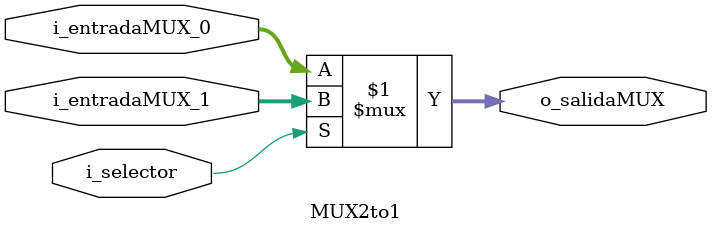
<source format=v>
`timescale 1ns / 1ps
`define LEN 32
module MUX2to1
    #(parameter LEN = `LEN)
    (
	input   wire i_selector,
	input   wire [LEN - 1 : 0] i_entradaMUX_0,
	input   wire [LEN - 1 : 0] i_entradaMUX_1,
	output  wire [LEN - 1 : 0] o_salidaMUX
    );

    assign o_salidaMUX = i_selector ? i_entradaMUX_1:
                                         i_entradaMUX_0;
endmodule

</source>
